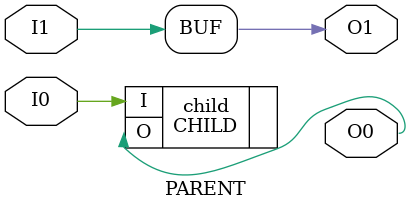
<source format=v>
`include "./child/child.sim.v"

module PARENT (
  input  wire I0,
  input  wire I1,
  output wire O0,
  output wire O1
);

  // A child cell
  CHILD child (
  .I(I0),
  .O(O0)
  );

  // An internal connection spanning ports of the PARENT cell.
  assign O1 = I1;

endmodule

</source>
